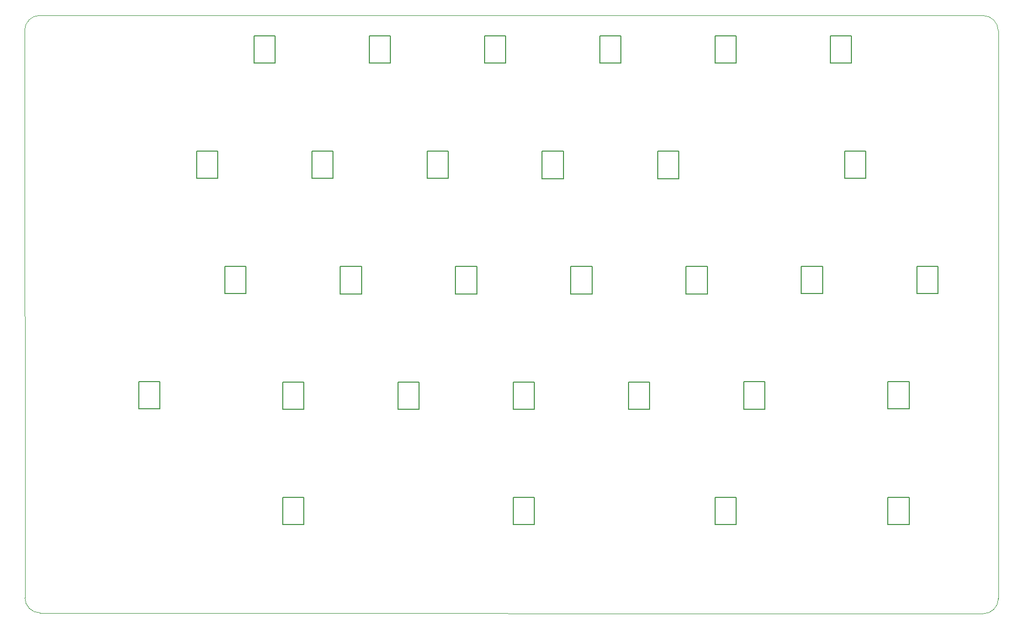
<source format=gm1>
G04 #@! TF.GenerationSoftware,KiCad,Pcbnew,(6.0.7)*
G04 #@! TF.CreationDate,2022-08-10T15:40:34+00:00*
G04 #@! TF.ProjectId,zzsplit-right,7a7a7370-6c69-4742-9d72-696768742e6b,rev?*
G04 #@! TF.SameCoordinates,Original*
G04 #@! TF.FileFunction,Profile,NP*
%FSLAX46Y46*%
G04 Gerber Fmt 4.6, Leading zero omitted, Abs format (unit mm)*
G04 Created by KiCad (PCBNEW (6.0.7)) date 2022-08-10 15:40:34*
%MOMM*%
%LPD*%
G01*
G04 APERTURE LIST*
G04 #@! TA.AperFunction,Profile*
%ADD10C,0.150000*%
G04 #@! TD*
G04 #@! TA.AperFunction,Profile*
%ADD11C,0.100000*%
G04 #@! TD*
G04 APERTURE END LIST*
D10*
X130560000Y-126630000D02*
X134060000Y-126630000D01*
X134060000Y-112070000D02*
X130560000Y-112070000D01*
X168670000Y-126640000D02*
X172170000Y-126640000D01*
D11*
X87924000Y-49490000D02*
X87964000Y-143250000D01*
D10*
X129320000Y-50370000D02*
X129320000Y-54870000D01*
X205540000Y-126630000D02*
X205540000Y-131130000D01*
D11*
X246333920Y-145889980D02*
X90464000Y-145750000D01*
D10*
X173460000Y-69460000D02*
X176960000Y-69460000D01*
X119820000Y-73940000D02*
X116320000Y-73940000D01*
X210290000Y-112060000D02*
X206790000Y-112060000D01*
X167410000Y-54890000D02*
X163910000Y-54890000D01*
X172170000Y-112070000D02*
X168670000Y-112070000D01*
X192520000Y-73960000D02*
X192520000Y-69460000D01*
X106750000Y-112050000D02*
X106750000Y-107550000D01*
X172170000Y-131140000D02*
X168670000Y-131140000D01*
X205520000Y-50390000D02*
X205520000Y-54890000D01*
X168670000Y-107570000D02*
X172170000Y-107570000D01*
X172170000Y-126640000D02*
X172170000Y-131140000D01*
X196020000Y-73960000D02*
X192520000Y-73960000D01*
X181690000Y-88510000D02*
X181690000Y-93010000D01*
X153130000Y-107580000D02*
X153130000Y-112080000D01*
X202020000Y-54890000D02*
X202020000Y-50390000D01*
X124520000Y-93000000D02*
X121020000Y-93000000D01*
X178190000Y-93010000D02*
X178190000Y-88510000D01*
D11*
X90424000Y-46990000D02*
G75*
G03*
X87924000Y-49490000I0J-2500000D01*
G01*
D10*
X219800000Y-92990000D02*
X216300000Y-92990000D01*
X202020000Y-50390000D02*
X205520000Y-50390000D01*
X134060000Y-107570000D02*
X134060000Y-112070000D01*
X130560000Y-107570000D02*
X134060000Y-107570000D01*
X149630000Y-107580000D02*
X153130000Y-107580000D01*
X226950000Y-73910000D02*
X223450000Y-73910000D01*
D11*
X246333920Y-145889980D02*
G75*
G03*
X248854000Y-143380000I10080J2509980D01*
G01*
D10*
X202040000Y-131130000D02*
X202040000Y-126630000D01*
X234110000Y-126630000D02*
X234110000Y-131130000D01*
X221060000Y-50370000D02*
X224560000Y-50370000D01*
X235370000Y-92980000D02*
X235370000Y-88480000D01*
X143580000Y-93010000D02*
X140080000Y-93010000D01*
D11*
X248824019Y-49520000D02*
X248854000Y-143380000D01*
D10*
X138870000Y-69440000D02*
X138870000Y-73940000D01*
X238870000Y-88480000D02*
X238870000Y-92980000D01*
X202040000Y-126630000D02*
X205540000Y-126630000D01*
X138870000Y-73940000D02*
X135370000Y-73940000D01*
X124520000Y-88500000D02*
X124520000Y-93000000D01*
X230610000Y-126630000D02*
X234110000Y-126630000D01*
X129320000Y-54870000D02*
X125820000Y-54870000D01*
X197240000Y-88510000D02*
X200740000Y-88510000D01*
X238870000Y-92980000D02*
X235370000Y-92980000D01*
X230600000Y-107550000D02*
X234100000Y-107550000D01*
X162630000Y-93010000D02*
X159130000Y-93010000D01*
X182960000Y-54890000D02*
X182960000Y-50390000D01*
X187730000Y-112070000D02*
X187730000Y-107570000D01*
X192520000Y-69460000D02*
X196020000Y-69460000D01*
X157920000Y-73950000D02*
X154420000Y-73950000D01*
X140080000Y-88510000D02*
X143580000Y-88510000D01*
X224560000Y-54870000D02*
X221060000Y-54870000D01*
X186460000Y-54890000D02*
X182960000Y-54890000D01*
X178190000Y-88510000D02*
X181690000Y-88510000D01*
X216300000Y-92990000D02*
X216300000Y-88490000D01*
X163910000Y-50390000D02*
X167410000Y-50390000D01*
X230610000Y-131130000D02*
X230610000Y-126630000D01*
X154420000Y-69450000D02*
X157920000Y-69450000D01*
X168670000Y-131140000D02*
X168670000Y-126640000D01*
X210290000Y-107560000D02*
X210290000Y-112060000D01*
X140080000Y-93010000D02*
X140080000Y-88510000D01*
X121020000Y-93000000D02*
X121020000Y-88500000D01*
X172170000Y-107570000D02*
X172170000Y-112070000D01*
X167410000Y-50390000D02*
X167410000Y-54890000D01*
X168670000Y-112070000D02*
X168670000Y-107570000D01*
X134060000Y-131130000D02*
X130560000Y-131130000D01*
X121020000Y-88500000D02*
X124520000Y-88500000D01*
X159130000Y-93010000D02*
X159130000Y-88510000D01*
X119820000Y-69440000D02*
X119820000Y-73940000D01*
X159130000Y-88510000D02*
X162630000Y-88510000D01*
X234110000Y-131130000D02*
X230610000Y-131130000D01*
X143580000Y-88510000D02*
X143580000Y-93010000D01*
X219800000Y-88490000D02*
X219800000Y-92990000D01*
X191230000Y-107570000D02*
X191230000Y-112070000D01*
X116320000Y-73940000D02*
X116320000Y-69440000D01*
X110250000Y-112050000D02*
X106750000Y-112050000D01*
X144860000Y-50390000D02*
X148360000Y-50390000D01*
X224560000Y-50370000D02*
X224560000Y-54870000D01*
X176960000Y-73960000D02*
X173460000Y-73960000D01*
X197240000Y-93010000D02*
X197240000Y-88510000D01*
D11*
X87964000Y-143250000D02*
G75*
G03*
X90464000Y-145750000I2500000J0D01*
G01*
D10*
X148360000Y-50390000D02*
X148360000Y-54890000D01*
X226950000Y-69410000D02*
X226950000Y-73910000D01*
X130560000Y-112070000D02*
X130560000Y-107570000D01*
X223450000Y-73910000D02*
X223450000Y-69410000D01*
X106750000Y-107550000D02*
X110250000Y-107550000D01*
X135370000Y-73940000D02*
X135370000Y-69440000D01*
X176960000Y-69460000D02*
X176960000Y-73960000D01*
X205540000Y-131130000D02*
X202040000Y-131130000D01*
X116320000Y-69440000D02*
X119820000Y-69440000D01*
X200740000Y-88510000D02*
X200740000Y-93010000D01*
X196020000Y-69460000D02*
X196020000Y-73960000D01*
X206790000Y-112060000D02*
X206790000Y-107560000D01*
X234100000Y-112050000D02*
X230600000Y-112050000D01*
X181690000Y-93010000D02*
X178190000Y-93010000D01*
X191230000Y-112070000D02*
X187730000Y-112070000D01*
X187730000Y-107570000D02*
X191230000Y-107570000D01*
X200740000Y-93010000D02*
X197240000Y-93010000D01*
X235370000Y-88480000D02*
X238870000Y-88480000D01*
X148360000Y-54890000D02*
X144860000Y-54890000D01*
X134060000Y-126630000D02*
X134060000Y-131130000D01*
X153130000Y-112080000D02*
X149630000Y-112080000D01*
X154420000Y-73950000D02*
X154420000Y-69450000D01*
X162630000Y-88510000D02*
X162630000Y-93010000D01*
X221060000Y-54870000D02*
X221060000Y-50370000D01*
X186460000Y-50390000D02*
X186460000Y-54890000D01*
X110250000Y-107550000D02*
X110250000Y-112050000D01*
X206790000Y-107560000D02*
X210290000Y-107560000D01*
X135370000Y-69440000D02*
X138870000Y-69440000D01*
X163910000Y-54890000D02*
X163910000Y-50390000D01*
X125820000Y-50370000D02*
X129320000Y-50370000D01*
X149630000Y-112080000D02*
X149630000Y-107580000D01*
X157920000Y-69450000D02*
X157920000Y-73950000D01*
D11*
X248824019Y-49520000D02*
G75*
G03*
X246334000Y-47020001I-2500019J0D01*
G01*
D10*
X234100000Y-107550000D02*
X234100000Y-112050000D01*
X230600000Y-112050000D02*
X230600000Y-107550000D01*
X173460000Y-73960000D02*
X173460000Y-69460000D01*
X144860000Y-54890000D02*
X144860000Y-50390000D01*
X130560000Y-131130000D02*
X130560000Y-126630000D01*
X223450000Y-69410000D02*
X226950000Y-69410000D01*
X182960000Y-50390000D02*
X186460000Y-50390000D01*
D11*
X90424000Y-46990000D02*
X246334000Y-47020001D01*
D10*
X125820000Y-54870000D02*
X125820000Y-50370000D01*
X205520000Y-54890000D02*
X202020000Y-54890000D01*
X216300000Y-88490000D02*
X219800000Y-88490000D01*
M02*

</source>
